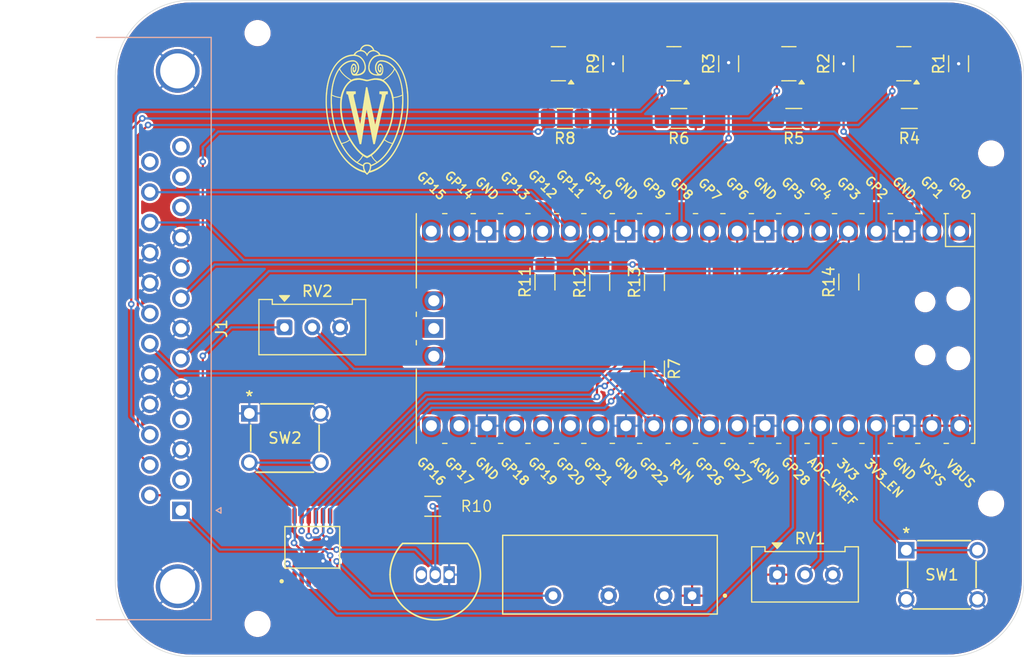
<source format=kicad_pcb>
(kicad_pcb (version 20240108) (generator "pcbnew") (generator_version "8.0")
  (title_block (title "Pi Pico Masterflex pump DB25 control board") (date "2024-09-25") (rev "1.0") (company "UW-Madison Chemistry Department Stahl Group") (comment 1 "Made by Tom Tan"))
  (layers (0 "F.Cu" signal) (31 "B.Cu" signal) (34 "B.Paste" user) (35 "F.Paste" user) (36 "B.SilkS" user "B.Silkscreen") (37 "F.SilkS" user "F.Silkscreen") (38 "B.Mask" user) (39 "F.Mask" user) (44 "Edge.Cuts" user))
  (net 0 "")
  (net 1 "Net-(U2-~{RESET})")
  (net 2 "Net-(Q4-D)")
  (net 3 "Net-(U1-GP9)")
  (net 6 "Net-(J1-P19)")
  (net 7 "Net-(U1-GP3)")
  (net 9 "Net-(J1-P15)")
  (net 10 "Net-(U2-VOUT)")
  (net 12 "Net-(J1-P14)")
  (net 14 "Net-(J1-P16)")
  (net 15 "Net-(J1-P23)")
  (net 17 "Net-(J1-P24)")
  (net 18 "Net-(J1-P20)")
  (net 19 "Net-(Q1-G)")
  (net 20 "Net-(Q2-G)")
  (net 21 "Net-(Q3-G)")
  (net 22 "Net-(Q4-G)")
  (net 23 "+5V")
  (net 24 "+2V5REF")
  (net 25 "+3.3VADC")
  (net 26 "Net-(U1-GP26)")
  (net 27 "Net-(U1-3V3_EN)")
  (net 28 "Net-(U1-GP5)")
  (net 30 "Net-(U1-GP4)")
  (net 32 "Net-(U1-GP7)")
  (net 34 "+3.3V")
  (net 35 "Net-(U1-GP6)")
  (net 46 "GND")
  (net 48 "+12V")
  (net 49 "Net-(U1-GP28)")
  (footprint "AD5761RBRUZ:SOP65P640X120-16N" (layer "F.Cu") (at 115 120 90)
    (property "Reference" "U2" (hide yes))
    (property "Value" "AD5761RBRUZ")
  )
  (footprint "PCN2_S5_S12_S:CONV_PCN2-S5-S12-S" (layer "F.Cu") (at 149.6875 124.42 180)
    (property "Reference" "U4" (hide yes))
    (property "Value" "PCN2-S5-S12-S")
  )
  (footprint "Resistor_SMD:R_1206_3216Metric_Pad1.30x1.75mm_HandSolder" (layer "F.Cu") (at 169.525 80.8 180)
    (property "Reference" "R4")
    (property "Value" "4.7 kΩ")
  )
  (footprint "Resistor_SMD:R_1206_3216Metric_Pad1.30x1.75mm_HandSolder" (layer "F.Cu") (at 158.975 80.8 180)
    (property "Reference" "R5")
    (property "Value" "4.7 kΩ")
  )
  (footprint "Resistor_SMD:R_1206_3216Metric_Pad1.30x1.75mm_HandSolder" (layer "F.Cu") (at 146.25 103.7 -90)
    (property "Reference" "R7")
    (property "Value" "4.7 kΩ")
  )
  (footprint "Resistor_SMD:R_1206_3216Metric_Pad1.30x1.75mm_HandSolder" (layer "F.Cu") (at 126 116.25)
    (property "Reference" "R10")
    (property "Value" "10 kΩ")
  )
  (footprint "RPi_Pico:RPi_Pico_SMD_TH" (layer "F.Cu") (at 150 100 -90)
    (property "Reference" "U1" (hide yes))
    (property "Value" "Raspberry Pi Pico")
  )
  (footprint "Resistor_SMD:R_1206_3216Metric_Pad1.30x1.75mm_HandSolder" (layer "F.Cu") (at 174.025 75.8 90)
    (property "Reference" "R1")
    (property "Value" "4.7 kΩ")
  )
  (footprint "Resistor_SMD:R_1206_3216Metric_Pad1.30x1.75mm_HandSolder" (layer "F.Cu") (at 138.075 80.8 180)
    (property "Reference" "R8")
    (property "Value" "4.7 kΩ")
  )
  (footprint "Potentiometer_THT:Potentiometer_Bourns_3386W_Horizontal" (layer "F.Cu") (at 157.46 122.5)
    (property "Reference" "RV1")
    (property "Value" "R_Potentiometer_US" (hide yes))
  )
  (footprint "Resistor_SMD:R_1206_3216Metric_Pad1.30x1.75mm_HandSolder" (layer "F.Cu") (at 164 95.75 90)
    (property "Reference" "R14")
    (property "Value" "4.7 kΩ")
  )
  (footprint "TE_3_1825910_5:SW4_1825910-I_TEC" (layer "F.Cu") (at 175.75 124.7606)
    (property "Reference" "SW1")
    (property "Value" "3-1825910-5" (hide yes))
  )
  (footprint "Resistor_SMD:R_1206_3216Metric_Pad1.30x1.75mm_HandSolder" (layer "F.Cu") (at 142.475 75.8 90)
    (property "Reference" "R9")
    (property "Value" "4.7 kΩ")
  )
  (footprint "Resistor_SMD:R_1206_3216Metric_Pad1.30x1.75mm_HandSolder" (layer "F.Cu") (at 136.25 95.75 90)
    (property "Reference" "R11")
    (property "Value" "4.7 kΩ")
  )
  (footprint "Resistor_SMD:R_1206_3216Metric_Pad1.30x1.75mm_HandSolder" (layer "F.Cu") (at 163.525 75.8 90)
    (property "Reference" "R2")
    (property "Value" "4.7 kΩ")
  )
  (footprint "LM285LPR_2_5:LP3" (layer "F.Cu") (at 126.23 122.5 180)
    (property "Reference" "U5" (hide yes))
    (property "Value" "LM285LPR-2-5")
  )
  (footprint "MountingHole:MountingHole_2mm" (layer "F.Cu") (at 110 73)
    (property "Reference" "REF**" (hide yes))
    (property "Value" "MountingHole_2mm" (hide yes))
  )
  (footprint "Resistor_SMD:R_1206_3216Metric_Pad1.30x1.75mm_HandSolder" (layer "F.Cu") (at 146.25 95.8 90)
    (property "Reference" "R13")
    (property "Value" "4.7 kΩ")
  )
  (footprint "Package_TO_SOT_SMD:SOT-23" (layer "F.Cu") (at 137.475 75.8 180)
    (property "Reference" "Q4" (hide yes))
    (property "Value" "2N7002")
  )
  (footprint "Package_TO_SOT_SMD:SOT-23" (layer "F.Cu") (at 148.025 75.8 180)
    (property "Reference" "Q3" (hide yes))
    (property "Value" "2N7002")
  )
  (footprint "UW-Madison Logo:logo" (layer "F.Cu") (at 120 80)
    (property "Reference" "G***" (hide yes))
    (property "Value" "LOGO" (hide yes))
  )
  (footprint "MountingHole:MountingHole_2mm" (layer "F.Cu") (at 177 116)
    (property "Reference" "REF**" (hide yes))
    (property "Value" "MountingHole_2mm" (hide yes))
  )
  (footprint "Resistor_SMD:R_1206_3216Metric_Pad1.30x1.75mm_HandSolder" (layer "F.Cu") (at 153.025 75.8 90)
    (property "Reference" "R3")
    (property "Value" "4.7 kΩ")
  )
  (footprint "Package_TO_SOT_SMD:SOT-23" (layer "F.Cu") (at 169.025 75.8 180)
    (property "Reference" "Q1" (hide yes))
    (property "Value" "2N7002")
  )
  (footprint "Potentiometer_THT:Potentiometer_Bourns_3386W_Horizontal" (layer "F.Cu") (at 112.46 99.8975)
    (property "Reference" "RV2")
    (property "Value" "R_Potentiometer_US")
  )
  (footprint "MountingHole:MountingHole_2mm" (layer "F.Cu") (at 177 84)
    (property "Reference" "REF**" (hide yes))
    (property "Value" "MountingHole_2mm" (hide yes))
  )
  (footprint "Resistor_SMD:R_1206_3216Metric_Pad1.30x1.75mm_HandSolder" (layer "F.Cu") (at 148.475 80.8 180)
    (property "Reference" "R6")
    (property "Value" "4.7 kΩ")
  )
  (footprint "Package_TO_SOT_SMD:SOT-23" (layer "F.Cu") (at 158.525 75.8 180)
    (property "Reference" "Q2" (hide yes))
    (property "Value" "2N7002")
  )
  (footprint "TE_3_1825910_5:SW4_1825910-I_TEC" (layer "F.Cu") (at 115.75 112.2606)
    (property "Reference" "SW2")
    (property "Value" "3-1825910-5" (hide yes))
  )
  (footprint "Resistor_SMD:R_1206_3216Metric_Pad1.30x1.75mm_HandSolder" (layer "F.Cu") (at 141.25 95.8 90)
    (property "Reference" "R12")
    (property "Value" "4.7 kΩ")
  )
  (footprint "MountingHole:MountingHole_2mm" (layer "F.Cu") (at 110 127)
    (property "Reference" "REF**" (hide yes))
    (property "Value" "MountingHole_2mm" (hide yes))
  )
  (footprint "Connector_Dsub:DSUB-25_Male_Horizontal_P2.77x2.84mm_EdgePinOffset4.94mm_Housed_MountingHolesOffset7.48mm" (layer "B.Cu") (at 103.005331 116.625 90)
    (property "Reference" "J1")
    (property "Value" "DB25_Plug_MountingHoles")
  )
  (gr_arc (start 180 123) (mid 177.949748 127.949748) (end 173 130) (stroke (width 0.05)) (layer "Edge.Cuts"))
  (gr_line (start 173 70) (end 103.94975 70) (stroke (width 0.05)) (layer "Edge.Cuts"))
  (gr_line (start 173 130) (end 104 130) (stroke (width 0.05)) (layer "Edge.Cuts"))
  (gr_arc (start 104 130) (mid 99.050252 127.949748) (end 97 123) (stroke (width 0.05)) (layer "Edge.Cuts"))
  (gr_line (start 97 76.94975) (end 97 123) (stroke (width 0.05)) (layer "Edge.Cuts"))
  (gr_arc (start 173 70) (mid 177.949747 72.050253) (end 180 77) (stroke (width 0.05)) (layer "Edge.Cuts"))
  (gr_arc (start 97 76.94975) (mid 99.035534 72.035534) (end 103.94975 70) (stroke (width 0.05)) (layer "Edge.Cuts"))
  (gr_line (start 180 77) (end 180 123) (stroke (width 0.05)) (layer "Edge.Cuts"))
  (segment (start 114.025 120.295849) (end 113.329151 119.6) (width 0.2) (layer "F.Cu") (net 1))
  (segment (start 114.025 122.87) (end 114.025 120.295849) (width 0.2) (layer "F.Cu") (net 1))
  (via (at 113.329151 119.6) (size 0.6) (drill 0.3) (layers "F.Cu" "B.Cu") (net 1))
  (segment (start 109.249999 112.2606) (end 115.75 112.2606) (width 0.2) (layer "B.Cu") (net 1))
  (segment (start 113.4 119.529151) (end 113.4 116.410601) (width 0.2) (layer "B.Cu") (net 1))
  (segment (start 113.4 116.410601) (end 109.249999 112.2606) (width 0.2) (layer "B.Cu") (net 1))
  (segment (start 113.329151 119.6) (end 113.4 119.529151) (width 0.2) (layer "B.Cu") (net 1))
  (segment (start 135.825 82) (end 135.625 82) (width 0.2) (layer "F.Cu") (net 2))
  (segment (start 136.525 80.8) (end 136.525 75.8125) (width 0.2) (layer "F.Cu") (net 2))
  (segment (start 105 92.470331) (end 105 84.75) (width 0.2) (layer "F.Cu") (net 2))
  (segment (start 103.005331 94.465) (end 105 92.470331) (width 0.2) (layer "F.Cu") (net 2))
  (segment (start 136.525 81.3) (end 135.825 82) (width 0.2) (layer "F.Cu") (net 2))
  (via (at 105 84.75) (size 0.6) (drill 0.3) (layers "F.Cu" "B.Cu") (net 2))
  (via (at 135.625 82) (size 0.6) (drill 0.3) (layers "F.Cu" "B.Cu") (net 2))
  (segment (start 135.625 82) (end 106.4 82) (width 0.2) (layer "B.Cu") (net 2))
  (segment (start 105 83.4) (end 105 84.75) (width 0.2) (layer "B.Cu") (net 2))
  (segment (start 106.4 82) (end 105 83.4) (width 0.2) (layer "B.Cu") (net 2))
  (segment (start 146.25 94.25) (end 146.25 91.17) (width 0.2) (layer "F.Cu") (net 3))
  (segment (start 144.25 94.15) (end 146.15 94.15) (width 0.2) (layer "F.Cu") (net 3))
  (via (at 144.25 94.15) (size 0.6) (drill 0.3) (layers "F.Cu" "B.Cu") (net 3))
  (segment (start 144.25 94.15) (end 106.090331 94.15) (width 0.2) (layer "B.Cu") (net 3))
  (segment (start 106.090331 94.15) (end 103.005331 97.235) (width 0.2) (layer "B.Cu") (net 3))
  (segment (start 146.25 105.25) (end 146.25 108.83) (width 0.2) (layer "F.Cu") (net 6))
  (segment (start 141.4 104.1) (end 102.774696 104.1) (width 0.2) (layer "B.Cu") (net 6))
  (segment (start 146.19 108.89) (end 141.4 104.1) (width 0.2) (layer "B.Cu") (net 6))
  (segment (start 102.774696 104.1) (end 100.165331 101.490635) (width 0.2) (layer "B.Cu") (net 6))
  (segment (start 164 94.2) (end 164 91.14) (width 0.2) (layer "F.Cu") (net 7))
  (segment (start 160.33 94.75) (end 163.97 91.11) (width 0.2) (layer "B.Cu") (net 7))
  (segment (start 111.030331 94.75) (end 160.33 94.75) (width 0.2) (layer "B.Cu") (net 7))
  (segment (start 103.005331 102.775) (end 111.030331 94.75) (width 0.2) (layer "B.Cu") (net 7))
  (segment (start 99.999953 81.4) (end 99.065331 82.334622) (width 0.2) (layer "F.Cu") (net 9))
  (segment (start 99.065331 111.37) (end 100.165331 112.47) (width 0.2) (layer "F.Cu") (net 9))
  (segment (start 167.975 78.3) (end 167.975 75.9125) (width 0.2) (layer "F.Cu") (net 9))
  (segment (start 167.975 80.8) (end 167.975 78.3) (width 0.2) (layer "F.Cu") (net 9))
  (segment (start 99.065331 82.334622) (end 99.065331 111.37) (width 0.2) (layer "F.Cu") (net 9))
  (via (at 99.999953 81.4) (size 0.6) (drill 0.3) (layers "F.Cu" "B.Cu") (net 9))
  (via (at 167.975 78.3) (size 0.6) (drill 0.3) (layers "F.Cu" "B.Cu") (net 9))
  (segment (start 164.875 81.4) (end 167.975 78.3) (width 0.2) (layer "B.Cu") (net 9))
  (segment (start 99.999953 81.4) (end 164.875 81.4) (width 0.2) (layer "B.Cu") (net 9))
  (segment (start 116.625 120.75) (end 116.625 122.87) (width 0.2) (layer "F.Cu") (net 10))
  (via (at 116.625 120.75) (size 0.6) (drill 0.3) (layers "F.Cu" "B.Cu") (net 10))
  (segment (start 116.075 120.2) (end 116.625 120.75) (width 0.2) (layer "B.Cu") (net 10))
  (segment (start 106.580331 120.2) (end 116.075 120.2) (width 0.2) (layer "B.Cu") (net 10))
  (segment (start 103.005331 116.625) (end 106.580331 120.2) (width 0.2) (layer "B.Cu") (net 10))
  (segment (start 103.175966 115.24) (end 100.165331 115.24) (width 0.2) (layer "F.Cu") (net 12))
  (segment (start 105 113.415966) (end 103.175966 115.24) (width 0.2) (layer "F.Cu") (net 12))
  (segment (start 105 102.5) (end 105 113.415966) (width 0.2) (layer "F.Cu") (net 12))
  (via (at 105 102.5) (size 0.6) (drill 0.3) (layers "F.Cu" "B.Cu") (net 12))
  (segment (start 112.46 99.8975) (end 107.6025 99.8975) (width 0.2) (layer "B.Cu") (net 12))
  (segment (start 107.6025 99.8975) (end 105 102.5) (width 0.2) (layer "B.Cu") (net 12))
  (segment (start 98.465331 81.805472) (end 99.470803 80.8) (width 0.2) (layer "F.Cu") (net 14))
  (segment (start 157.425 80.8) (end 157.425 78.3) (width 0.2) (layer "F.Cu") (net 14))
  (segment (start 98.465331 97.775) (end 98.465331 81.805472) (width 0.2) (layer "F.Cu") (net 14))
  (segment (start 157.425 78.3) (end 157.425 75.9625) (width 0.2) (layer "F.Cu") (net 14))
  (via (at 98.465331 97.775) (size 0.6) (drill 0.3) (layers "F.Cu" "B.Cu") (net 14))
  (via (at 99.470803 80.8) (size 0.6) (drill 0.3) (layers "F.Cu" "B.Cu") (net 14))
  (via (at 157.425 78.3) (size 0.6) (drill 0.3) (layers "F.Cu" "B.Cu") (net 14))
  (segment (start 98.465331 97.775) (end 98.465331 108) (width 0.2) (layer "B.Cu") (net 14))
  (segment (start 154.925 80.8) (end 157.425 78.3) (width 0.2) (layer "B.Cu") (net 14))
  (segment (start 99.470803 80.8) (end 154.925 80.8) (width 0.2) (layer "B.Cu") (net 14))
  (segment (start 98.465331 108) (end 100.165331 109.7) (width 0.2) (layer "B.Cu") (net 14))
  (segment (start 141.25 94.25) (end 141.25 91.25) (width 0.2) (layer "F.Cu") (net 15))
  (segment (start 100.165331 90.31) (end 105.31 90.31) (width 0.2) (layer "B.Cu") (net 15))
  (segment (start 138.47 93.75) (end 141.11 91.11) (width 0.2) (layer "B.Cu") (net 15))
  (segment (start 105.31 90.31) (end 108.75 93.75) (width 0.2) (layer "B.Cu") (net 15))
  (segment (start 108.75 93.75) (end 138.47 93.75) (width 0.2) (layer "B.Cu") (net 15))
  (segment (start 136.25 93.43) (end 138.57 91.11) (width 0.2) (layer "F.Cu") (net 17))
  (segment (start 136.25 94.2) (end 136.25 93.43) (width 0.2) (layer "F.Cu") (net 17))
  (segment (start 135 87.54) (end 138.57 91.11) (width 0.2) (layer "B.Cu") (net 17))
  (segment (start 100.165331 87.54) (end 135 87.54) (width 0.2) (layer "B.Cu") (net 17))
  (segment (start 146.925 80.8) (end 146.925 78.3) (width 0.2) (layer "F.Cu") (net 18))
  (segment (start 146.925 78.3) (end 146.925 75.9625) (width 0.2) (layer "F.Cu") (net 18))
  (via (at 146.925 78.3) (size 0.6) (drill 0.3) (layers "F.Cu" "B.Cu") (net 18))
  (segment (start 99.222274 80.2) (end 98.870803 80.551471) (width 0.2) (layer "B.Cu") (net 18))
  (segment (start 146.925 78.3) (end 145.025 80.2) (width 0.2) (layer "B.Cu") (net 18))
  (segment (start 98.870803 97.325472) (end 100.165331 98.62) (width 0.2) (layer "B.Cu") (net 18))
  (segment (start 145.025 80.2) (end 99.222274 80.2) (width 0.2) (layer "B.Cu") (net 18))
  (segment (start 98.870803 80.551471) (end 98.870803 97.325472) (width 0.2) (layer "B.Cu") (net 18))
  (segment (start 174.025 77.35) (end 174.025 91.005) (width 0.2) (layer "F.Cu") (net 19))
  (segment (start 173.425 76.75) (end 174.025 77.35) (width 0.2) (layer "F.Cu") (net 19))
  (segment (start 169.9625 76.75) (end 173.425 76.75) (width 0.2) (layer "F.Cu") (net 19))
  (segment (start 162.925 76.75) (end 163.525 77.35) (width 0.2) (layer "F.Cu") (net 20))
  (segment (start 163.525 77.35) (end 163.525 82) (width 0.2) (layer "F.Cu") (net 20))
  (segment (start 159.4625 76.75) (end 162.925 76.75) (width 0.2) (layer "F.Cu") (net 20))
  (via (at 163.525 82) (size 0.6) (drill 0.3) (layers "F.Cu" "B.Cu") (net 20))
  (segment (start 171.59 91.11) (end 171.59 90.065) (width 0.2) (layer "B.Cu") (net 20))
  (segment (start 171.59 90.065) (end 163.525 82) (width 0.2) (layer "B.Cu") (net 20))
  (segment (start 148.9625 76.75) (end 152.425 76.75) (width 0.2) (layer "F.Cu") (net 21))
  (segment (start 153.025 77.35) (end 153.025 82.6) (width 0.2) (layer "F.Cu") (net 21))
  (segment (start 152.425 76.75) (end 153.025 77.35) (width 0.2) (layer "F.Cu") (net 21))
  (via (at 153.025 82.6) (size 0.6) (drill 0.3) (layers "F.Cu" "B.Cu") (net 21))
  (segment (start 148.73 86.895) (end 148.73 91.11) (width 0.2) (layer "B.Cu") (net 21))
  (segment (start 153.025 82.6) (end 148.73 86.895) (width 0.2) (layer "B.Cu") (net 21))
  (segment (start 142.475 82) (end 142.475 77.35) (width 0.2) (layer "F.Cu") (net 22))
  (segment (start 141.875 76.75) (end 142.475 77.35) (width 0.2) (layer "F.Cu") (net 22))
  (segment (start 138.4125 76.75) (end 141.875 76.75) (width 0.2) (layer "F.Cu") (net 22))
  (via (at 142.475 82) (size 0.6) (drill 0.3) (layers "F.Cu" "B.Cu") (net 22))
  (segment (start 166.51 85.835) (end 162.675 82) (width 0.2) (layer "B.Cu") (net 22))
  (segment (start 162.675 82) (end 142.475 82) (width 0.2) (layer "B.Cu") (net 22))
  (segment (start 166.51 91.11) (end 166.51 85.835) (width 0.2) (layer "B.Cu") (net 22))
  (segment (start 114.675 122.87) (end 114.675 121.701471) (width 0.2) (layer "F.Cu") (net 24))
  (segment (start 117.15547 120.15) (end 117.212844 120.207374) (width 0.2) (layer "F.Cu") (net 24))
  (segment (start 127.55 116.25) (end 126 116.25) (width 0.2) (layer "F.Cu") (net 24))
  (segment (start 114.675 121.701471) (end 116.226471 120.15) (width 0.2) (layer "F.Cu") (net 24))
  (segment (start 116.226471 120.15) (end 117.15547 120.15) (width 0.2) (layer "F.Cu") (net 24))
  (via (at 117.212844 120.207374) (size 0.6) (drill 0.3) (layers "F.Cu" "B.Cu") (net 24))
  (via (at 126 116.25) (size 0.6) (drill 0.3) (layers "F.Cu" "B.Cu") (net 24))
  (segment (start 126.23 122.5) (end 126.23 116.48) (width 0.2) (layer "B.Cu") (net 24))
  (segment (start 117.212844 120.207374) (end 124.391374 120.207374) (width 0.2) (layer "B.Cu") (net 24))
  (segment (start 124.391374 120.207374) (end 126.23 122.046) (width 0.2) (layer "B.Cu") (net 24))
  (segment (start 126.23 116.48) (end 126 116.25) (width 0.2) (layer "B.Cu") (net 24))
  (segment (start 161.43 121.07) (end 160 122.5) (width 0.2) (layer "B.Cu") (net 25))
  (segment (start 161.43 108.89) (end 161.43 121.07) (width 0.2) (layer "B.Cu") (net 25))
  (segment (start 118.8025 103.7) (end 146.08 103.7) (width 0.2) (layer "B.Cu") (net 26))
  (segment (start 115 99.8975) (end 118.8025 103.7) (width 0.2) (layer "B.Cu") (net 26))
  (segment (start 146.08 103.7) (end 151.27 108.89) (width 0.2) (layer "B.Cu") (net 26))
  (segment (start 166.51 117.5206) (end 169.249999 120.260599) (width 0.2) (layer "B.Cu") (net 27))
  (segment (start 175.75 120.260599) (end 169.249999 120.260599) (width 0.2) (layer "B.Cu") (net 27))
  (segment (start 166.51 108.89) (end 166.51 117.5206) (width 0.2) (layer "B.Cu") (net 27))
  (segment (start 144.191726 103.9) (end 142.271598 105.820128) (width 0.2) (layer "F.Cu") (net 28))
  (segment (start 148.074314 103.9) (end 144.191726 103.9) (width 0.2) (layer "F.Cu") (net 28))
  (segment (start 114.675 118.966371) (end 114.675 117.13) (width 0.2) (layer "F.Cu") (net 28))
  (segment (start 114.674999 118.966372) (end 114.675 118.966371) (width 0.2) (layer "F.Cu") (net 28))
  (segment (start 158.89 91.11) (end 158.89 93.084314) (width 0.2) (layer "F.Cu") (net 28))
  (segment (start 158.89 93.084314) (end 148.074314 103.9) (width 0.2) (layer "F.Cu") (net 28))
  (via (at 114.674999 118.966372) (size 0.6) (drill 0.3) (layers "F.Cu" "B.Cu") (net 28))
  (via (at 142.271598 105.820128) (size 0.6) (drill 0.3) (layers "F.Cu" "B.Cu") (net 28))
  (segment (start 116.025 116.542968) (end 125.717968 106.85) (width 0.2) (layer "B.Cu") (net 28))
  (segment (start 141.241726 106.85) (end 142.271598 105.820128) (width 0.2) (layer "B.Cu") (net 28))
  (segment (start 125.717968 106.85) (end 141.241726 106.85) (width 0.2) (layer "B.Cu") (net 28))
  (segment (start 115.575 119.1) (end 116.025 118.65) (width 0.2) (layer "B.Cu") (net 28))
  (segment (start 114.674999 118.966372) (end 114.808627 119.1) (width 0.2) (layer "B.Cu") (net 28))
  (segment (start 116.025 118.65) (end 116.025 116.542968) (width 0.2) (layer "B.Cu") (net 28))
  (segment (start 114.808627 119.1) (end 115.575 119.1) (width 0.2) (layer "B.Cu") (net 28))
  (segment (start 148.24 104.3) (end 144.640256 104.3) (width 0.2) (layer "F.Cu") (net 30))
  (segment (start 116.625 118.5) (end 116.625 117.13) (width 0.2) (layer "F.Cu") (net 30))
  (segment (start 161.43 91.11) (end 148.24 104.3) (width 0.2) (layer "F.Cu") (net 30))
  (segment (start 144.640256 104.3) (end 142.297945 106.642311) (width 0.2) (layer "F.Cu") (net 30))
  (via (at 116.625 118.5) (size 0.6) (drill 0.3) (layers "F.Cu" "B.Cu") (net 30))
  (via (at 142.297945 106.642311) (size 0.6) (drill 0.3) (layers "F.Cu" "B.Cu") (net 30))
  (segment (start 142.297945 106.642311) (end 141.690256 107.25) (width 0.2) (layer "B.Cu") (net 30))
  (segment (start 141.690256 107.25) (end 125.883654 107.25) (width 0.2) (layer "B.Cu") (net 30))
  (segment (start 116.625 116.508654) (end 116.625 118.5) (width 0.2) (layer "B.Cu") (net 30))
  (segment (start 125.883654 107.25) (end 116.625 116.508654) (width 0.2) (layer "B.Cu") (net 30))
  (segment (start 140.996598 105.115225) (end 140.996598 106.246598) (width 0.2) (layer "F.Cu") (net 32))
  (segment (start 147.742942 103.1) (end 143.011823 103.1) (width 0.2) (layer "F.Cu") (net 32))
  (segment (start 151.27 91.11) (end 151.27 99.572942) (width 0.2) (layer "F.Cu") (net 32))
  (segment (start 143.011823 103.1) (end 140.996598 105.115225) (width 0.2) (layer "F.Cu") (net 32))
  (segment (start 115.325 118.5) (end 115.325 117.13) (width 0.2) (layer "F.Cu") (net 32))
  (segment (start 151.27 99.572942) (end 147.742942 103.1) (width 0.2) (layer "F.Cu") (net 32))
  (via (at 115.325 118.5) (size 0.6) (drill 0.3) (layers "F.Cu" "B.Cu") (net 32))
  (via (at 140.996598 106.246598) (size 0.6) (drill 0.3) (layers "F.Cu" "B.Cu") (net 32))
  (segment (start 115.325 118.5) (end 115.325 116.677283) (width 0.2) (layer "B.Cu") (net 32))
  (segment (start 140.793196 106.45) (end 140.996598 106.246598) (width 0.2) (layer "B.Cu") (net 32))
  (segment (start 115.325 116.677283) (end 125.552282 106.45) (width 0.2) (layer "B.Cu") (net 32))
  (segment (start 125.552282 106.45) (end 140.793196 106.45) (width 0.2) (layer "B.Cu") (net 32))
  (segment (start 143.460352 103.5) (end 147.908628 103.5) (width 0.2) (layer "F.Cu") (net 35))
  (segment (start 147.908628 103.5) (end 153.81 97.598628) (width 0.2) (layer "F.Cu") (net 35))
  (segment (start 114.025 118.5) (end 114.025 117.13) (width 0.2) (layer "F.Cu") (net 35))
  (segment (start 153.81 97.598628) (end 153.81 91.11) (width 0.2) (layer "F.Cu") (net 35))
  (segment (start 141.705911 105.254441) (end 143.460352 103.5) (width 0.2) (layer "F.Cu") (net 35))
  (via (at 141.705911 105.254441) (size 0.6) (drill 0.3) (layers "F.Cu" "B.Cu") (net 35))
  (via (at 114.025 118.5) (size 0.6) (drill 0.3) (layers "F.Cu" "B.Cu") (net 35))
  (segment (start 125.386596 106.05) (end 114.025 117.411596) (width 0.2) (layer "B.Cu") (net 35))
  (segment (start 141.140226 105.254441) (end 140.344667 106.05) (width 0.2) (layer "B.Cu") (net 35))
  (segment (start 141.705911 105.254441) (end 141.140226 105.254441) (width 0.2) (layer "B.Cu") (net 35))
  (segment (start 140.344667 106.05) (end 125.386596 106.05) (width 0.2) (layer "B.Cu") (net 35))
  (segment (start 114.025 117.411596) (end 114.025 118.5) (width 0.2) (layer "B.Cu") (net 35))
  (segment (start 115.325 122.87) (end 115.975 122.87) (width 0.2) (layer "F.Cu") (net 46))
  (segment (start 141.875 74.85) (end 142.475 74.25) (width 0.2) (layer "F.Cu") (net 46))
  (segment (start 142.475 75.795) (end 142.48 75.8) (width 0.2) (layer "F.Cu") (net 46))
  (segment (start 152.425 74.85) (end 153.025 74.25) (width 0.2) (layer "F.Cu") (net 46))
  (segment (start 142.475 74.25) (end 142.475 75.795) (width 0.2) (layer "F.Cu") (net 46))
  (segment (start 169.9625 74.85) (end 173.425 74.85) (width 0.2) (layer "F.Cu") (net 46))
  (segment (start 115.975 122.87) (end 115.975 121.25) (width 0.2) (layer "F.Cu") (net 46))
  (segment (start 173.425 74.85) (end 174.025 74.25) (width 0.2) (layer "F.Cu") (net 46))
  (segment (start 153.025 75.695) (end 153.02 75.7) (width 0.2) (layer "F.Cu") (net 46))
  (segment (start 163.525 74.25) (end 163.525 75.795) (width 0.2) (layer "F.Cu") (net 46))
  (segment (start 138.4125 74.85) (end 141.875 74.85) (width 0.2) (layer "F.Cu") (net 46))
  (segment (start 115.975 117.13) (end 115.975 118.907748) (width 0.2) (layer "F.Cu") (net 46))
  (segment (start 159.4625 74.85) (end 162.925 74.85) (width 0.2) (layer "F.Cu") (net 46))
  (segment (start 112.8 119) (end 112.725 118.925) (width 0.2) (layer "F.Cu") (net 46))
  (segment (start 162.925 74.85) (end 163.525 74.25) (width 0.2) (layer "F.Cu") (net 46))
  (segment (start 112.725 118.925) (end 112.725 117.13) (width 0.2) (layer "F.Cu") (net 46))
  (segment (start 148.9625 74.85) (end 152.425 74.85) (width 0.2) (layer "F.Cu") (net 46))
  (segment (start 174.025 74.25) (end 174.025 75.795) (width 0.2) (layer "F.Cu") (net 46))
  (segment (start 153.025 74.25) (end 153.025 75.695) (width 0.2) (layer "F.Cu") (net 46))
  (segment (start 115.975 118.907748) (end 116.296861 119.229609) (width 0.2) (layer "F.Cu") (net 46))
  (segment (start 174.025 75.795) (end 174.03 75.8) (width 0.2) (layer "F.Cu") (net 46))
  (segment (start 163.525 75.795) (end 163.53 75.8) (width 0.2) (layer "F.Cu") (net 46))
  (via (at 153.02 75.7) (size 0.6) (drill 0.3) (layers "F.Cu" "B.Cu") (net 46))
  (via (at 174.03 75.8) (size 0.6) (drill 0.3) (layers "F.Cu" "B.Cu") (net 46))
  (via (at 116.296861 119.229609) (size 0.6) (drill 0.3) (layers "F.Cu" "B.Cu") (net 46))
  (via (at 163.53 75.8) (size 0.6) (drill 0.3) (layers "F.Cu" "B.Cu") (net 46))
  (via (at 112.8 119) (size 0.6) (drill 0.3) (layers "F.Cu" "B.Cu") (net 46))
  (via (at 142.48 75.8) (size 0.6) (drill 0.3) (layers "F.Cu" "B.Cu") (net 46))
  (via (at 115.975 121.25) (size 0.6) (drill 0.3) (layers "F.Cu" "B.Cu") (net 46))
  (segment (start 117.225 121.283437) (end 117.275 121.333437) (width 0.2) (layer "F.Cu") (net 48))
  (segment (start 117.275 121.333437) (end 117.275 122.87) (width 0.2) (layer "F.Cu") (net 48))
  (via (at 117.225 121.283437) (size 0.6) (drill 0.3) (layers "F.Cu" "B.Cu") (net 48))
  (segment (start 117.225 121.283437) (end 117.233437 121.283437) (width 0.2) (layer "B.Cu") (net 48))
  (segment (start 120.37 124.42) (end 136.9875 124.42) (width 0.2) (layer "B.Cu") (net 48))
  (segment (start 117.233437 121.283437) (end 120.37 124.42) (width 0.2) (layer "B.Cu") (net 48))
  (segment (start 112.725 121.5) (end 112.725 122.87) (width 0.2) (layer "F.Cu") (net 49))
  (via (at 112.725 121.5) (size 0.6) (drill 0.3) (layers "F.Cu" "B.Cu") (net 49))
  (segment (start 112.725 121.5) (end 117.275 126.05) (width 0.2) (layer "B.Cu") (net 49))
  (segment (start 117.275 126.05) (end 151.05 126.05) (width 0.2) (layer "B.Cu") (net 49))
  (segment (start 151.05 126.05) (end 158.89 118.21) (width 0.2) (layer "B.Cu") (net 49))
  (segment (start 158.89 118.21) (end 158.89 108.89) (width 0.2) (layer "B.Cu") (net 49))
  (zone (net 23) (net_name "+5V") (layer "F.Cu") (priority 1) (connect_pads (clearance 0.2)) (min_thickness 0.2) (fill yes (thermal_gap 0.2) (thermal_bridge_width 0.2))
    (polygon (pts (xy 97 70) (xy 97 130) (xy 180 130) (xy 180 70)))
  )
  (zone (net 46) (net_name "GND") (layer "B.Cu") (connect_pads (clearance 0.2)) (min_thickness 0.2) (fill yes (thermal_gap 0.2) (thermal_bridge_width 0.2))
    (polygon (pts (xy 180 70) (xy 180 130) (xy 97 130) (xy 97 70)))
  )
)
</source>
